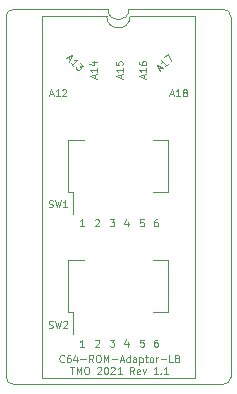
<source format=gbr>
%TF.GenerationSoftware,KiCad,Pcbnew,(5.1.5-0-10_14)*%
%TF.CreationDate,2021-03-11T16:13:23+01:00*%
%TF.ProjectId,C64-ROM-Adapter-LB,4336342d-524f-44d2-9d41-646170746572,1.1*%
%TF.SameCoordinates,Original*%
%TF.FileFunction,Legend,Top*%
%TF.FilePolarity,Positive*%
%FSLAX46Y46*%
G04 Gerber Fmt 4.6, Leading zero omitted, Abs format (unit mm)*
G04 Created by KiCad (PCBNEW (5.1.5-0-10_14)) date 2021-03-11 16:13:23*
%MOMM*%
%LPD*%
G04 APERTURE LIST*
%ADD10C,0.100000*%
%ADD11C,0.050000*%
%ADD12C,0.120000*%
G04 APERTURE END LIST*
D10*
X118971428Y-67271428D02*
X118628571Y-67271428D01*
X118800000Y-67271428D02*
X118800000Y-66671428D01*
X118742857Y-66757142D01*
X118685714Y-66814285D01*
X118628571Y-66842857D01*
X124042857Y-76871428D02*
X123757142Y-76871428D01*
X123728571Y-77157142D01*
X123757142Y-77128571D01*
X123814285Y-77100000D01*
X123957142Y-77100000D01*
X124014285Y-77128571D01*
X124042857Y-77157142D01*
X124071428Y-77214285D01*
X124071428Y-77357142D01*
X124042857Y-77414285D01*
X124014285Y-77442857D01*
X123957142Y-77471428D01*
X123814285Y-77471428D01*
X123757142Y-77442857D01*
X123728571Y-77414285D01*
X125214285Y-76871428D02*
X125100000Y-76871428D01*
X125042857Y-76900000D01*
X125014285Y-76928571D01*
X124957142Y-77014285D01*
X124928571Y-77128571D01*
X124928571Y-77357142D01*
X124957142Y-77414285D01*
X124985714Y-77442857D01*
X125042857Y-77471428D01*
X125157142Y-77471428D01*
X125214285Y-77442857D01*
X125242857Y-77414285D01*
X125271428Y-77357142D01*
X125271428Y-77214285D01*
X125242857Y-77157142D01*
X125214285Y-77128571D01*
X125157142Y-77100000D01*
X125042857Y-77100000D01*
X124985714Y-77128571D01*
X124957142Y-77157142D01*
X124928571Y-77214285D01*
X122714285Y-77071428D02*
X122714285Y-77471428D01*
X122571428Y-76842857D02*
X122428571Y-77271428D01*
X122800000Y-77271428D01*
X118971428Y-77471428D02*
X118628571Y-77471428D01*
X118800000Y-77471428D02*
X118800000Y-76871428D01*
X118742857Y-76957142D01*
X118685714Y-77014285D01*
X118628571Y-77042857D01*
X121200000Y-76871428D02*
X121571428Y-76871428D01*
X121371428Y-77100000D01*
X121457142Y-77100000D01*
X121514285Y-77128571D01*
X121542857Y-77157142D01*
X121571428Y-77214285D01*
X121571428Y-77357142D01*
X121542857Y-77414285D01*
X121514285Y-77442857D01*
X121457142Y-77471428D01*
X121285714Y-77471428D01*
X121228571Y-77442857D01*
X121200000Y-77414285D01*
X119928571Y-76928571D02*
X119957142Y-76900000D01*
X120014285Y-76871428D01*
X120157142Y-76871428D01*
X120214285Y-76900000D01*
X120242857Y-76928571D01*
X120271428Y-76985714D01*
X120271428Y-77042857D01*
X120242857Y-77128571D01*
X119900000Y-77471428D01*
X120271428Y-77471428D01*
X125214285Y-66671428D02*
X125100000Y-66671428D01*
X125042857Y-66700000D01*
X125014285Y-66728571D01*
X124957142Y-66814285D01*
X124928571Y-66928571D01*
X124928571Y-67157142D01*
X124957142Y-67214285D01*
X124985714Y-67242857D01*
X125042857Y-67271428D01*
X125157142Y-67271428D01*
X125214285Y-67242857D01*
X125242857Y-67214285D01*
X125271428Y-67157142D01*
X125271428Y-67014285D01*
X125242857Y-66957142D01*
X125214285Y-66928571D01*
X125157142Y-66900000D01*
X125042857Y-66900000D01*
X124985714Y-66928571D01*
X124957142Y-66957142D01*
X124928571Y-67014285D01*
X124042857Y-66671428D02*
X123757142Y-66671428D01*
X123728571Y-66957142D01*
X123757142Y-66928571D01*
X123814285Y-66900000D01*
X123957142Y-66900000D01*
X124014285Y-66928571D01*
X124042857Y-66957142D01*
X124071428Y-67014285D01*
X124071428Y-67157142D01*
X124042857Y-67214285D01*
X124014285Y-67242857D01*
X123957142Y-67271428D01*
X123814285Y-67271428D01*
X123757142Y-67242857D01*
X123728571Y-67214285D01*
X122714285Y-66871428D02*
X122714285Y-67271428D01*
X122571428Y-66642857D02*
X122428571Y-67071428D01*
X122800000Y-67071428D01*
X121200000Y-66671428D02*
X121571428Y-66671428D01*
X121371428Y-66900000D01*
X121457142Y-66900000D01*
X121514285Y-66928571D01*
X121542857Y-66957142D01*
X121571428Y-67014285D01*
X121571428Y-67157142D01*
X121542857Y-67214285D01*
X121514285Y-67242857D01*
X121457142Y-67271428D01*
X121285714Y-67271428D01*
X121228571Y-67242857D01*
X121200000Y-67214285D01*
X119928571Y-66728571D02*
X119957142Y-66700000D01*
X120014285Y-66671428D01*
X120157142Y-66671428D01*
X120214285Y-66700000D01*
X120242857Y-66728571D01*
X120271428Y-66785714D01*
X120271428Y-66842857D01*
X120242857Y-66928571D01*
X119900000Y-67271428D01*
X120271428Y-67271428D01*
D11*
X122809000Y-48895000D02*
X130810000Y-48895000D01*
X122809000Y-48895000D02*
G75*
G02X121031000Y-48895000I-889000J0D01*
G01*
X131445000Y-80010000D02*
G75*
G02X130810000Y-80645000I-635000J0D01*
G01*
X113030000Y-80645000D02*
G75*
G02X112395000Y-80010000I0J635000D01*
G01*
X112395000Y-49530000D02*
G75*
G02X113030000Y-48895000I635000J0D01*
G01*
X130810000Y-48895000D02*
G75*
G02X131445000Y-49530000I0J-635000D01*
G01*
D10*
X117300000Y-78714285D02*
X117271428Y-78742857D01*
X117185714Y-78771428D01*
X117128571Y-78771428D01*
X117042857Y-78742857D01*
X116985714Y-78685714D01*
X116957142Y-78628571D01*
X116928571Y-78514285D01*
X116928571Y-78428571D01*
X116957142Y-78314285D01*
X116985714Y-78257142D01*
X117042857Y-78200000D01*
X117128571Y-78171428D01*
X117185714Y-78171428D01*
X117271428Y-78200000D01*
X117300000Y-78228571D01*
X117814285Y-78171428D02*
X117700000Y-78171428D01*
X117642857Y-78200000D01*
X117614285Y-78228571D01*
X117557142Y-78314285D01*
X117528571Y-78428571D01*
X117528571Y-78657142D01*
X117557142Y-78714285D01*
X117585714Y-78742857D01*
X117642857Y-78771428D01*
X117757142Y-78771428D01*
X117814285Y-78742857D01*
X117842857Y-78714285D01*
X117871428Y-78657142D01*
X117871428Y-78514285D01*
X117842857Y-78457142D01*
X117814285Y-78428571D01*
X117757142Y-78400000D01*
X117642857Y-78400000D01*
X117585714Y-78428571D01*
X117557142Y-78457142D01*
X117528571Y-78514285D01*
X118385714Y-78371428D02*
X118385714Y-78771428D01*
X118242857Y-78142857D02*
X118100000Y-78571428D01*
X118471428Y-78571428D01*
X118700000Y-78542857D02*
X119157142Y-78542857D01*
X119785714Y-78771428D02*
X119585714Y-78485714D01*
X119442857Y-78771428D02*
X119442857Y-78171428D01*
X119671428Y-78171428D01*
X119728571Y-78200000D01*
X119757142Y-78228571D01*
X119785714Y-78285714D01*
X119785714Y-78371428D01*
X119757142Y-78428571D01*
X119728571Y-78457142D01*
X119671428Y-78485714D01*
X119442857Y-78485714D01*
X120157142Y-78171428D02*
X120271428Y-78171428D01*
X120328571Y-78200000D01*
X120385714Y-78257142D01*
X120414285Y-78371428D01*
X120414285Y-78571428D01*
X120385714Y-78685714D01*
X120328571Y-78742857D01*
X120271428Y-78771428D01*
X120157142Y-78771428D01*
X120100000Y-78742857D01*
X120042857Y-78685714D01*
X120014285Y-78571428D01*
X120014285Y-78371428D01*
X120042857Y-78257142D01*
X120100000Y-78200000D01*
X120157142Y-78171428D01*
X120671428Y-78771428D02*
X120671428Y-78171428D01*
X120871428Y-78600000D01*
X121071428Y-78171428D01*
X121071428Y-78771428D01*
X121357142Y-78542857D02*
X121814285Y-78542857D01*
X122071428Y-78600000D02*
X122357142Y-78600000D01*
X122014285Y-78771428D02*
X122214285Y-78171428D01*
X122414285Y-78771428D01*
X122871428Y-78771428D02*
X122871428Y-78171428D01*
X122871428Y-78742857D02*
X122814285Y-78771428D01*
X122700000Y-78771428D01*
X122642857Y-78742857D01*
X122614285Y-78714285D01*
X122585714Y-78657142D01*
X122585714Y-78485714D01*
X122614285Y-78428571D01*
X122642857Y-78400000D01*
X122700000Y-78371428D01*
X122814285Y-78371428D01*
X122871428Y-78400000D01*
X123414285Y-78771428D02*
X123414285Y-78457142D01*
X123385714Y-78400000D01*
X123328571Y-78371428D01*
X123214285Y-78371428D01*
X123157142Y-78400000D01*
X123414285Y-78742857D02*
X123357142Y-78771428D01*
X123214285Y-78771428D01*
X123157142Y-78742857D01*
X123128571Y-78685714D01*
X123128571Y-78628571D01*
X123157142Y-78571428D01*
X123214285Y-78542857D01*
X123357142Y-78542857D01*
X123414285Y-78514285D01*
X123700000Y-78371428D02*
X123700000Y-78971428D01*
X123700000Y-78400000D02*
X123757142Y-78371428D01*
X123871428Y-78371428D01*
X123928571Y-78400000D01*
X123957142Y-78428571D01*
X123985714Y-78485714D01*
X123985714Y-78657142D01*
X123957142Y-78714285D01*
X123928571Y-78742857D01*
X123871428Y-78771428D01*
X123757142Y-78771428D01*
X123700000Y-78742857D01*
X124157142Y-78371428D02*
X124385714Y-78371428D01*
X124242857Y-78171428D02*
X124242857Y-78685714D01*
X124271428Y-78742857D01*
X124328571Y-78771428D01*
X124385714Y-78771428D01*
X124671428Y-78771428D02*
X124614285Y-78742857D01*
X124585714Y-78714285D01*
X124557142Y-78657142D01*
X124557142Y-78485714D01*
X124585714Y-78428571D01*
X124614285Y-78400000D01*
X124671428Y-78371428D01*
X124757142Y-78371428D01*
X124814285Y-78400000D01*
X124842857Y-78428571D01*
X124871428Y-78485714D01*
X124871428Y-78657142D01*
X124842857Y-78714285D01*
X124814285Y-78742857D01*
X124757142Y-78771428D01*
X124671428Y-78771428D01*
X125128571Y-78771428D02*
X125128571Y-78371428D01*
X125128571Y-78485714D02*
X125157142Y-78428571D01*
X125185714Y-78400000D01*
X125242857Y-78371428D01*
X125300000Y-78371428D01*
X125500000Y-78542857D02*
X125957142Y-78542857D01*
X126528571Y-78771428D02*
X126242857Y-78771428D01*
X126242857Y-78171428D01*
X126928571Y-78457142D02*
X127014285Y-78485714D01*
X127042857Y-78514285D01*
X127071428Y-78571428D01*
X127071428Y-78657142D01*
X127042857Y-78714285D01*
X127014285Y-78742857D01*
X126957142Y-78771428D01*
X126728571Y-78771428D01*
X126728571Y-78171428D01*
X126928571Y-78171428D01*
X126985714Y-78200000D01*
X127014285Y-78228571D01*
X127042857Y-78285714D01*
X127042857Y-78342857D01*
X127014285Y-78400000D01*
X126985714Y-78428571D01*
X126928571Y-78457142D01*
X126728571Y-78457142D01*
X117842857Y-79171428D02*
X118185714Y-79171428D01*
X118014285Y-79771428D02*
X118014285Y-79171428D01*
X118385714Y-79771428D02*
X118385714Y-79171428D01*
X118585714Y-79600000D01*
X118785714Y-79171428D01*
X118785714Y-79771428D01*
X119185714Y-79171428D02*
X119300000Y-79171428D01*
X119357142Y-79200000D01*
X119414285Y-79257142D01*
X119442857Y-79371428D01*
X119442857Y-79571428D01*
X119414285Y-79685714D01*
X119357142Y-79742857D01*
X119300000Y-79771428D01*
X119185714Y-79771428D01*
X119128571Y-79742857D01*
X119071428Y-79685714D01*
X119042857Y-79571428D01*
X119042857Y-79371428D01*
X119071428Y-79257142D01*
X119128571Y-79200000D01*
X119185714Y-79171428D01*
X120128571Y-79228571D02*
X120157142Y-79200000D01*
X120214285Y-79171428D01*
X120357142Y-79171428D01*
X120414285Y-79200000D01*
X120442857Y-79228571D01*
X120471428Y-79285714D01*
X120471428Y-79342857D01*
X120442857Y-79428571D01*
X120100000Y-79771428D01*
X120471428Y-79771428D01*
X120842857Y-79171428D02*
X120900000Y-79171428D01*
X120957142Y-79200000D01*
X120985714Y-79228571D01*
X121014285Y-79285714D01*
X121042857Y-79400000D01*
X121042857Y-79542857D01*
X121014285Y-79657142D01*
X120985714Y-79714285D01*
X120957142Y-79742857D01*
X120900000Y-79771428D01*
X120842857Y-79771428D01*
X120785714Y-79742857D01*
X120757142Y-79714285D01*
X120728571Y-79657142D01*
X120700000Y-79542857D01*
X120700000Y-79400000D01*
X120728571Y-79285714D01*
X120757142Y-79228571D01*
X120785714Y-79200000D01*
X120842857Y-79171428D01*
X121271428Y-79228571D02*
X121300000Y-79200000D01*
X121357142Y-79171428D01*
X121500000Y-79171428D01*
X121557142Y-79200000D01*
X121585714Y-79228571D01*
X121614285Y-79285714D01*
X121614285Y-79342857D01*
X121585714Y-79428571D01*
X121242857Y-79771428D01*
X121614285Y-79771428D01*
X122185714Y-79771428D02*
X121842857Y-79771428D01*
X122014285Y-79771428D02*
X122014285Y-79171428D01*
X121957142Y-79257142D01*
X121900000Y-79314285D01*
X121842857Y-79342857D01*
X123242857Y-79771428D02*
X123042857Y-79485714D01*
X122900000Y-79771428D02*
X122900000Y-79171428D01*
X123128571Y-79171428D01*
X123185714Y-79200000D01*
X123214285Y-79228571D01*
X123242857Y-79285714D01*
X123242857Y-79371428D01*
X123214285Y-79428571D01*
X123185714Y-79457142D01*
X123128571Y-79485714D01*
X122900000Y-79485714D01*
X123728571Y-79742857D02*
X123671428Y-79771428D01*
X123557142Y-79771428D01*
X123500000Y-79742857D01*
X123471428Y-79685714D01*
X123471428Y-79457142D01*
X123500000Y-79400000D01*
X123557142Y-79371428D01*
X123671428Y-79371428D01*
X123728571Y-79400000D01*
X123757142Y-79457142D01*
X123757142Y-79514285D01*
X123471428Y-79571428D01*
X123957142Y-79371428D02*
X124100000Y-79771428D01*
X124242857Y-79371428D01*
X125242857Y-79771428D02*
X124900000Y-79771428D01*
X125071428Y-79771428D02*
X125071428Y-79171428D01*
X125014285Y-79257142D01*
X124957142Y-79314285D01*
X124900000Y-79342857D01*
X125500000Y-79714285D02*
X125528571Y-79742857D01*
X125500000Y-79771428D01*
X125471428Y-79742857D01*
X125500000Y-79714285D01*
X125500000Y-79771428D01*
X126100000Y-79771428D02*
X125757142Y-79771428D01*
X125928571Y-79771428D02*
X125928571Y-79171428D01*
X125871428Y-79257142D01*
X125814285Y-79314285D01*
X125757142Y-79342857D01*
D11*
X112395000Y-80010000D02*
X112395000Y-49530000D01*
X130810000Y-80645000D02*
X113030000Y-80645000D01*
X131445000Y-49530000D02*
X131445000Y-80010000D01*
X113030000Y-48895000D02*
X121031000Y-48895000D01*
D12*
X124820000Y-70155000D02*
X126090000Y-70155000D01*
X124820000Y-74515000D02*
X126090000Y-74515000D01*
X117721000Y-70155000D02*
X118990000Y-70155000D01*
X117690000Y-74515000D02*
X117690000Y-70155000D01*
X117690000Y-74515000D02*
X118065000Y-74515000D01*
X118065000Y-76365000D02*
X118065000Y-74515000D01*
X126090000Y-74515000D02*
X126090000Y-70155000D01*
X126090000Y-64355000D02*
X126090000Y-59995000D01*
X118065000Y-66205000D02*
X118065000Y-64355000D01*
X117690000Y-64355000D02*
X118065000Y-64355000D01*
X117690000Y-64355000D02*
X117690000Y-59995000D01*
X117721000Y-59995000D02*
X118990000Y-59995000D01*
X124820000Y-64355000D02*
X126090000Y-64355000D01*
X124820000Y-59995000D02*
X126090000Y-59995000D01*
X115443000Y-80130000D02*
X128397000Y-80137000D01*
X128380000Y-49470000D02*
X122920000Y-49470000D01*
X128380000Y-80070000D02*
X128380000Y-49470000D01*
X115460000Y-80070000D02*
X128380000Y-80070000D01*
X115460000Y-49470000D02*
X115460000Y-80070000D01*
X120920000Y-49470000D02*
X115460000Y-49470000D01*
X122920000Y-49470000D02*
G75*
G02X120920000Y-49470000I-1000000J0D01*
G01*
D10*
X116000000Y-75842857D02*
X116085714Y-75871428D01*
X116228571Y-75871428D01*
X116285714Y-75842857D01*
X116314285Y-75814285D01*
X116342857Y-75757142D01*
X116342857Y-75700000D01*
X116314285Y-75642857D01*
X116285714Y-75614285D01*
X116228571Y-75585714D01*
X116114285Y-75557142D01*
X116057142Y-75528571D01*
X116028571Y-75500000D01*
X116000000Y-75442857D01*
X116000000Y-75385714D01*
X116028571Y-75328571D01*
X116057142Y-75300000D01*
X116114285Y-75271428D01*
X116257142Y-75271428D01*
X116342857Y-75300000D01*
X116542857Y-75271428D02*
X116685714Y-75871428D01*
X116800000Y-75442857D01*
X116914285Y-75871428D01*
X117057142Y-75271428D01*
X117257142Y-75328571D02*
X117285714Y-75300000D01*
X117342857Y-75271428D01*
X117485714Y-75271428D01*
X117542857Y-75300000D01*
X117571428Y-75328571D01*
X117600000Y-75385714D01*
X117600000Y-75442857D01*
X117571428Y-75528571D01*
X117228571Y-75871428D01*
X117600000Y-75871428D01*
X116000000Y-65642857D02*
X116085714Y-65671428D01*
X116228571Y-65671428D01*
X116285714Y-65642857D01*
X116314285Y-65614285D01*
X116342857Y-65557142D01*
X116342857Y-65500000D01*
X116314285Y-65442857D01*
X116285714Y-65414285D01*
X116228571Y-65385714D01*
X116114285Y-65357142D01*
X116057142Y-65328571D01*
X116028571Y-65300000D01*
X116000000Y-65242857D01*
X116000000Y-65185714D01*
X116028571Y-65128571D01*
X116057142Y-65100000D01*
X116114285Y-65071428D01*
X116257142Y-65071428D01*
X116342857Y-65100000D01*
X116542857Y-65071428D02*
X116685714Y-65671428D01*
X116800000Y-65242857D01*
X116914285Y-65671428D01*
X117057142Y-65071428D01*
X117600000Y-65671428D02*
X117257142Y-65671428D01*
X117428571Y-65671428D02*
X117428571Y-65071428D01*
X117371428Y-65157142D01*
X117314285Y-65214285D01*
X117257142Y-65242857D01*
X116085714Y-56100000D02*
X116371428Y-56100000D01*
X116028571Y-56271428D02*
X116228571Y-55671428D01*
X116428571Y-56271428D01*
X116942857Y-56271428D02*
X116600000Y-56271428D01*
X116771428Y-56271428D02*
X116771428Y-55671428D01*
X116714285Y-55757142D01*
X116657142Y-55814285D01*
X116600000Y-55842857D01*
X117171428Y-55728571D02*
X117200000Y-55700000D01*
X117257142Y-55671428D01*
X117400000Y-55671428D01*
X117457142Y-55700000D01*
X117485714Y-55728571D01*
X117514285Y-55785714D01*
X117514285Y-55842857D01*
X117485714Y-55928571D01*
X117142857Y-56271428D01*
X117514285Y-56271428D01*
X117624213Y-52965634D02*
X117826243Y-53167664D01*
X117462588Y-53046446D02*
X118028274Y-52763603D01*
X117745431Y-53329289D01*
X118109086Y-53692944D02*
X117866649Y-53450507D01*
X117987867Y-53571725D02*
X118412132Y-53147461D01*
X118311116Y-53167664D01*
X118230304Y-53167664D01*
X118169695Y-53147461D01*
X118674771Y-53410101D02*
X118937411Y-53672741D01*
X118634365Y-53692944D01*
X118694974Y-53753553D01*
X118715177Y-53814162D01*
X118715177Y-53854568D01*
X118694974Y-53915177D01*
X118593959Y-54016193D01*
X118533350Y-54036396D01*
X118492944Y-54036396D01*
X118432335Y-54016193D01*
X118311116Y-53894974D01*
X118290913Y-53834365D01*
X118290913Y-53793959D01*
X119900000Y-54714285D02*
X119900000Y-54428571D01*
X120071428Y-54771428D02*
X119471428Y-54571428D01*
X120071428Y-54371428D01*
X120071428Y-53857142D02*
X120071428Y-54200000D01*
X120071428Y-54028571D02*
X119471428Y-54028571D01*
X119557142Y-54085714D01*
X119614285Y-54142857D01*
X119642857Y-54200000D01*
X119671428Y-53342857D02*
X120071428Y-53342857D01*
X119442857Y-53485714D02*
X119871428Y-53628571D01*
X119871428Y-53257142D01*
X122100000Y-54714285D02*
X122100000Y-54428571D01*
X122271428Y-54771428D02*
X121671428Y-54571428D01*
X122271428Y-54371428D01*
X122271428Y-53857142D02*
X122271428Y-54200000D01*
X122271428Y-54028571D02*
X121671428Y-54028571D01*
X121757142Y-54085714D01*
X121814285Y-54142857D01*
X121842857Y-54200000D01*
X121671428Y-53314285D02*
X121671428Y-53600000D01*
X121957142Y-53628571D01*
X121928571Y-53600000D01*
X121900000Y-53542857D01*
X121900000Y-53400000D01*
X121928571Y-53342857D01*
X121957142Y-53314285D01*
X122014285Y-53285714D01*
X122157142Y-53285714D01*
X122214285Y-53314285D01*
X122242857Y-53342857D01*
X122271428Y-53400000D01*
X122271428Y-53542857D01*
X122242857Y-53600000D01*
X122214285Y-53628571D01*
X124100000Y-54714285D02*
X124100000Y-54428571D01*
X124271428Y-54771428D02*
X123671428Y-54571428D01*
X124271428Y-54371428D01*
X124271428Y-53857142D02*
X124271428Y-54200000D01*
X124271428Y-54028571D02*
X123671428Y-54028571D01*
X123757142Y-54085714D01*
X123814285Y-54142857D01*
X123842857Y-54200000D01*
X123671428Y-53342857D02*
X123671428Y-53457142D01*
X123700000Y-53514285D01*
X123728571Y-53542857D01*
X123814285Y-53600000D01*
X123928571Y-53628571D01*
X124157142Y-53628571D01*
X124214285Y-53600000D01*
X124242857Y-53571428D01*
X124271428Y-53514285D01*
X124271428Y-53400000D01*
X124242857Y-53342857D01*
X124214285Y-53314285D01*
X124157142Y-53285714D01*
X124014285Y-53285714D01*
X123957142Y-53314285D01*
X123928571Y-53342857D01*
X123900000Y-53400000D01*
X123900000Y-53514285D01*
X123928571Y-53571428D01*
X123957142Y-53600000D01*
X124014285Y-53628571D01*
X125365634Y-53975786D02*
X125567664Y-53773756D01*
X125446446Y-54137411D02*
X125163603Y-53571725D01*
X125729289Y-53854568D01*
X126092944Y-53490913D02*
X125850507Y-53733350D01*
X125971725Y-53612132D02*
X125547461Y-53187867D01*
X125567664Y-53288883D01*
X125567664Y-53369695D01*
X125547461Y-53430304D01*
X125810101Y-52925228D02*
X126092944Y-52642385D01*
X126335380Y-53248477D01*
X126285714Y-56100000D02*
X126571428Y-56100000D01*
X126228571Y-56271428D02*
X126428571Y-55671428D01*
X126628571Y-56271428D01*
X127142857Y-56271428D02*
X126800000Y-56271428D01*
X126971428Y-56271428D02*
X126971428Y-55671428D01*
X126914285Y-55757142D01*
X126857142Y-55814285D01*
X126800000Y-55842857D01*
X127485714Y-55928571D02*
X127428571Y-55900000D01*
X127400000Y-55871428D01*
X127371428Y-55814285D01*
X127371428Y-55785714D01*
X127400000Y-55728571D01*
X127428571Y-55700000D01*
X127485714Y-55671428D01*
X127600000Y-55671428D01*
X127657142Y-55700000D01*
X127685714Y-55728571D01*
X127714285Y-55785714D01*
X127714285Y-55814285D01*
X127685714Y-55871428D01*
X127657142Y-55900000D01*
X127600000Y-55928571D01*
X127485714Y-55928571D01*
X127428571Y-55957142D01*
X127400000Y-55985714D01*
X127371428Y-56042857D01*
X127371428Y-56157142D01*
X127400000Y-56214285D01*
X127428571Y-56242857D01*
X127485714Y-56271428D01*
X127600000Y-56271428D01*
X127657142Y-56242857D01*
X127685714Y-56214285D01*
X127714285Y-56157142D01*
X127714285Y-56042857D01*
X127685714Y-55985714D01*
X127657142Y-55957142D01*
X127600000Y-55928571D01*
M02*

</source>
